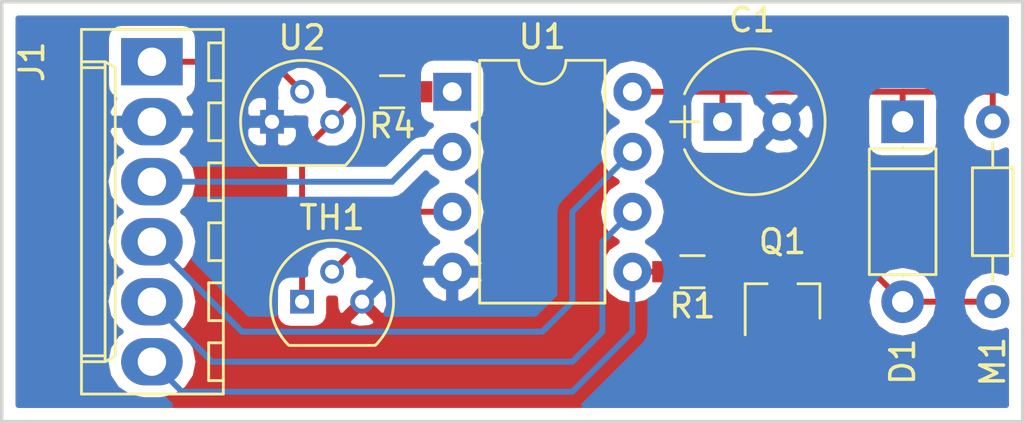
<source format=kicad_pcb>
(kicad_pcb (version 4) (host pcbnew 4.0.7)

  (general
    (links 22)
    (no_connects 2)
    (area 126.924999 86.155 170.285001 104.215001)
    (thickness 1.6)
    (drawings 4)
    (tracks 37)
    (zones 0)
    (modules 10)
    (nets 12)
  )

  (page A4)
  (layers
    (0 F.Cu signal hide)
    (31 B.Cu signal hide)
    (32 B.Adhes user)
    (33 F.Adhes user)
    (34 B.Paste user)
    (35 F.Paste user)
    (36 B.SilkS user)
    (37 F.SilkS user)
    (38 B.Mask user)
    (39 F.Mask user)
    (40 Dwgs.User user)
    (41 Cmts.User user)
    (42 Eco1.User user)
    (43 Eco2.User user)
    (44 Edge.Cuts user)
    (45 Margin user)
    (46 B.CrtYd user)
    (47 F.CrtYd user)
    (48 B.Fab user)
    (49 F.Fab user)
  )

  (setup
    (last_trace_width 0.25)
    (trace_clearance 0.2)
    (zone_clearance 0.508)
    (zone_45_only no)
    (trace_min 0.2)
    (segment_width 0.2)
    (edge_width 0.15)
    (via_size 0.6)
    (via_drill 0.4)
    (via_min_size 0.4)
    (via_min_drill 0.3)
    (uvia_size 0.3)
    (uvia_drill 0.1)
    (uvias_allowed no)
    (uvia_min_size 0.2)
    (uvia_min_drill 0.1)
    (pcb_text_width 0.3)
    (pcb_text_size 1.5 1.5)
    (mod_edge_width 0.15)
    (mod_text_size 1 1)
    (mod_text_width 0.15)
    (pad_size 1.524 1.524)
    (pad_drill 0.762)
    (pad_to_mask_clearance 0.2)
    (aux_axis_origin 0 0)
    (visible_elements FFFFFF7F)
    (pcbplotparams
      (layerselection 0x00030_80000001)
      (usegerberextensions false)
      (excludeedgelayer true)
      (linewidth 0.100000)
      (plotframeref false)
      (viasonmask false)
      (mode 1)
      (useauxorigin false)
      (hpglpennumber 1)
      (hpglpenspeed 20)
      (hpglpendiameter 15)
      (hpglpenoverlay 2)
      (psnegative false)
      (psa4output false)
      (plotreference true)
      (plotvalue true)
      (plotinvisibletext false)
      (padsonsilk false)
      (subtractmaskfromsilk false)
      (outputformat 1)
      (mirror false)
      (drillshape 1)
      (scaleselection 1)
      (outputdirectory ""))
  )

  (net 0 "")
  (net 1 +5V)
  (net 2 GND)
  (net 3 "Net-(D1-Pad2)")
  (net 4 "Net-(Q1-Pad1)")
  (net 5 "Net-(R4-Pad1)")
  (net 6 Out3)
  (net 7 Out1)
  (net 8 Out2)
  (net 9 +9V)
  (net 10 "Net-(TH1-Pad2)")
  (net 11 Out4)

  (net_class Default "This is the default net class."
    (clearance 0.2)
    (trace_width 0.25)
    (via_dia 0.6)
    (via_drill 0.4)
    (uvia_dia 0.3)
    (uvia_drill 0.1)
    (add_net +5V)
    (add_net +9V)
    (add_net GND)
    (add_net "Net-(D1-Pad2)")
    (add_net "Net-(Q1-Pad1)")
    (add_net "Net-(R4-Pad1)")
    (add_net "Net-(TH1-Pad2)")
    (add_net Out1)
    (add_net Out2)
    (add_net Out3)
    (add_net Out4)
  )

  (module Capacitors_THT:CP_Radial_Tantal_D6.0mm_P2.50mm (layer F.Cu) (tedit 5A0B7AB5) (tstamp 5A0B6F68)
    (at 157.48 91.44)
    (descr "CP, Radial_Tantal series, Radial, pin pitch=2.50mm, , diameter=6.0mm, Tantal Electrolytic Capacitor, http://cdn-reichelt.de/documents/datenblatt/B300/TANTAL-TB-Serie%23.pdf")
    (tags "CP Radial_Tantal series Radial pin pitch 2.50mm  diameter 6.0mm Tantal Electrolytic Capacitor")
    (path /4AE1698F)
    (fp_text reference C1 (at 1.25 -4.31) (layer F.SilkS)
      (effects (font (size 1 1) (thickness 0.15)))
    )
    (fp_text value "100 u" (at 1.27 1.27) (layer F.Fab)
      (effects (font (size 1 1) (thickness 0.15)))
    )
    (fp_arc (start 1.25 0) (end -1.605819 -1.18) (angle 135.1) (layer F.SilkS) (width 0.12))
    (fp_arc (start 1.25 0) (end -1.605819 1.18) (angle -135.1) (layer F.SilkS) (width 0.12))
    (fp_arc (start 1.25 0) (end 4.105819 -1.18) (angle 44.9) (layer F.SilkS) (width 0.12))
    (fp_circle (center 1.25 0) (end 4.25 0) (layer F.Fab) (width 0.1))
    (fp_line (start -2.2 0) (end -1 0) (layer F.Fab) (width 0.1))
    (fp_line (start -1.6 -0.65) (end -1.6 0.65) (layer F.Fab) (width 0.1))
    (fp_line (start -2.2 0) (end -1 0) (layer F.SilkS) (width 0.12))
    (fp_line (start -1.6 -0.65) (end -1.6 0.65) (layer F.SilkS) (width 0.12))
    (fp_line (start -2.1 -3.35) (end -2.1 3.35) (layer F.CrtYd) (width 0.05))
    (fp_line (start -2.1 3.35) (end 4.6 3.35) (layer F.CrtYd) (width 0.05))
    (fp_line (start 4.6 3.35) (end 4.6 -3.35) (layer F.CrtYd) (width 0.05))
    (fp_line (start 4.6 -3.35) (end -2.1 -3.35) (layer F.CrtYd) (width 0.05))
    (fp_text user %R (at 1.25 0) (layer F.Fab)
      (effects (font (size 1 1) (thickness 0.15)))
    )
    (pad 1 thru_hole rect (at 0 0) (size 1.6 1.6) (drill 0.8) (layers *.Cu *.Mask)
      (net 1 +5V))
    (pad 2 thru_hole circle (at 2.5 0) (size 1.6 1.6) (drill 0.8) (layers *.Cu *.Mask)
      (net 2 GND))
    (model ${KISYS3DMOD}/Capacitors_THT.3dshapes/CP_Radial_Tantal_D6.0mm_P2.50mm.wrl
      (at (xyz 0 0 0))
      (scale (xyz 1 1 1))
      (rotate (xyz 0 0 0))
    )
  )

  (module Diodes_THT:D_A-405_P7.62mm_Horizontal (layer F.Cu) (tedit 5A0B79C0) (tstamp 5A0B6F6E)
    (at 165.1 91.44 270)
    (descr "D, A-405 series, Axial, Horizontal, pin pitch=7.62mm, , length*diameter=5.2*2.7mm^2, , http://www.diodes.com/_files/packages/A-405.pdf")
    (tags "D A-405 series Axial Horizontal pin pitch 7.62mm  length 5.2mm diameter 2.7mm")
    (path /4AE16956)
    (fp_text reference D1 (at 10.16 0 270) (layer F.SilkS)
      (effects (font (size 1 1) (thickness 0.15)))
    )
    (fp_text value D (at -2.54 0 270) (layer F.Fab)
      (effects (font (size 1 1) (thickness 0.15)))
    )
    (fp_text user %R (at 3.81 0 270) (layer F.Fab)
      (effects (font (size 1 1) (thickness 0.15)))
    )
    (fp_line (start 1.21 -1.35) (end 1.21 1.35) (layer F.Fab) (width 0.1))
    (fp_line (start 1.21 1.35) (end 6.41 1.35) (layer F.Fab) (width 0.1))
    (fp_line (start 6.41 1.35) (end 6.41 -1.35) (layer F.Fab) (width 0.1))
    (fp_line (start 6.41 -1.35) (end 1.21 -1.35) (layer F.Fab) (width 0.1))
    (fp_line (start 0 0) (end 1.21 0) (layer F.Fab) (width 0.1))
    (fp_line (start 7.62 0) (end 6.41 0) (layer F.Fab) (width 0.1))
    (fp_line (start 1.99 -1.35) (end 1.99 1.35) (layer F.Fab) (width 0.1))
    (fp_line (start 1.15 -1.41) (end 1.15 1.41) (layer F.SilkS) (width 0.12))
    (fp_line (start 1.15 1.41) (end 6.47 1.41) (layer F.SilkS) (width 0.12))
    (fp_line (start 6.47 1.41) (end 6.47 -1.41) (layer F.SilkS) (width 0.12))
    (fp_line (start 6.47 -1.41) (end 1.15 -1.41) (layer F.SilkS) (width 0.12))
    (fp_line (start 1.08 0) (end 1.15 0) (layer F.SilkS) (width 0.12))
    (fp_line (start 6.54 0) (end 6.47 0) (layer F.SilkS) (width 0.12))
    (fp_line (start 1.99 -1.41) (end 1.99 1.41) (layer F.SilkS) (width 0.12))
    (fp_line (start -1.15 -1.7) (end -1.15 1.7) (layer F.CrtYd) (width 0.05))
    (fp_line (start -1.15 1.7) (end 8.8 1.7) (layer F.CrtYd) (width 0.05))
    (fp_line (start 8.8 1.7) (end 8.8 -1.7) (layer F.CrtYd) (width 0.05))
    (fp_line (start 8.8 -1.7) (end -1.15 -1.7) (layer F.CrtYd) (width 0.05))
    (pad 1 thru_hole rect (at 0 0 270) (size 1.8 1.8) (drill 0.9) (layers *.Cu *.Mask)
      (net 1 +5V))
    (pad 2 thru_hole oval (at 7.62 0 270) (size 1.8 1.8) (drill 0.9) (layers *.Cu *.Mask)
      (net 3 "Net-(D1-Pad2)"))
    (model ${KISYS3DMOD}/Diodes_THT.3dshapes/D_A-405_P7.62mm_Horizontal.wrl
      (at (xyz 0 0 0))
      (scale (xyz 0.393701 0.393701 0.393701))
      (rotate (xyz 0 0 0))
    )
  )

  (module Resistors_THT:R_Axial_DIN0204_L3.6mm_D1.6mm_P7.62mm_Horizontal (layer F.Cu) (tedit 5A0B79EF) (tstamp 5A0B6F74)
    (at 168.91 91.44 270)
    (descr "Resistor, Axial_DIN0204 series, Axial, Horizontal, pin pitch=7.62mm, 0.16666666666666666W = 1/6W, length*diameter=3.6*1.6mm^2, http://cdn-reichelt.de/documents/datenblatt/B400/1_4W%23YAG.pdf")
    (tags "Resistor Axial_DIN0204 series Axial Horizontal pin pitch 7.62mm 0.16666666666666666W = 1/6W length 3.6mm diameter 1.6mm")
    (path /4AE158D0)
    (fp_text reference M1 (at 10.16 0 270) (layer F.SilkS)
      (effects (font (size 1 1) (thickness 0.15)))
    )
    (fp_text value Fan (at -2.54 0 270) (layer F.Fab)
      (effects (font (size 1 1) (thickness 0.15)))
    )
    (fp_line (start 2.01 -0.8) (end 2.01 0.8) (layer F.Fab) (width 0.1))
    (fp_line (start 2.01 0.8) (end 5.61 0.8) (layer F.Fab) (width 0.1))
    (fp_line (start 5.61 0.8) (end 5.61 -0.8) (layer F.Fab) (width 0.1))
    (fp_line (start 5.61 -0.8) (end 2.01 -0.8) (layer F.Fab) (width 0.1))
    (fp_line (start 0 0) (end 2.01 0) (layer F.Fab) (width 0.1))
    (fp_line (start 7.62 0) (end 5.61 0) (layer F.Fab) (width 0.1))
    (fp_line (start 1.95 -0.86) (end 1.95 0.86) (layer F.SilkS) (width 0.12))
    (fp_line (start 1.95 0.86) (end 5.67 0.86) (layer F.SilkS) (width 0.12))
    (fp_line (start 5.67 0.86) (end 5.67 -0.86) (layer F.SilkS) (width 0.12))
    (fp_line (start 5.67 -0.86) (end 1.95 -0.86) (layer F.SilkS) (width 0.12))
    (fp_line (start 0.88 0) (end 1.95 0) (layer F.SilkS) (width 0.12))
    (fp_line (start 6.74 0) (end 5.67 0) (layer F.SilkS) (width 0.12))
    (fp_line (start -0.95 -1.15) (end -0.95 1.15) (layer F.CrtYd) (width 0.05))
    (fp_line (start -0.95 1.15) (end 8.6 1.15) (layer F.CrtYd) (width 0.05))
    (fp_line (start 8.6 1.15) (end 8.6 -1.15) (layer F.CrtYd) (width 0.05))
    (fp_line (start 8.6 -1.15) (end -0.95 -1.15) (layer F.CrtYd) (width 0.05))
    (pad 1 thru_hole circle (at 0 0 270) (size 1.4 1.4) (drill 0.7) (layers *.Cu *.Mask)
      (net 1 +5V))
    (pad 2 thru_hole oval (at 7.62 0 270) (size 1.4 1.4) (drill 0.7) (layers *.Cu *.Mask)
      (net 3 "Net-(D1-Pad2)"))
    (model ${KISYS3DMOD}/Resistors_THT.3dshapes/R_Axial_DIN0204_L3.6mm_D1.6mm_P7.62mm_Horizontal.wrl
      (at (xyz 0 0 0))
      (scale (xyz 0.393701 0.393701 0.393701))
      (rotate (xyz 0 0 0))
    )
  )

  (module TO_SOT_Packages_SMD:SOT-23 (layer F.Cu) (tedit 5A0B8845) (tstamp 5A0B6F7B)
    (at 160.02 99.06 90)
    (descr "SOT-23, Standard")
    (tags SOT-23)
    (path /4AE15818)
    (attr smd)
    (fp_text reference Q1 (at 2.54 0 180) (layer F.SilkS)
      (effects (font (size 1 1) (thickness 0.15)))
    )
    (fp_text value NPN (at -2.54 0 180) (layer F.Fab)
      (effects (font (size 1 1) (thickness 0.15)))
    )
    (fp_text user %R (at 0 0 180) (layer F.Fab)
      (effects (font (size 0.5 0.5) (thickness 0.075)))
    )
    (fp_line (start -0.7 -0.95) (end -0.7 1.5) (layer F.Fab) (width 0.1))
    (fp_line (start -0.15 -1.52) (end 0.7 -1.52) (layer F.Fab) (width 0.1))
    (fp_line (start -0.7 -0.95) (end -0.15 -1.52) (layer F.Fab) (width 0.1))
    (fp_line (start 0.7 -1.52) (end 0.7 1.52) (layer F.Fab) (width 0.1))
    (fp_line (start -0.7 1.52) (end 0.7 1.52) (layer F.Fab) (width 0.1))
    (fp_line (start 0.76 1.58) (end 0.76 0.65) (layer F.SilkS) (width 0.12))
    (fp_line (start 0.76 -1.58) (end 0.76 -0.65) (layer F.SilkS) (width 0.12))
    (fp_line (start -1.7 -1.75) (end 1.7 -1.75) (layer F.CrtYd) (width 0.05))
    (fp_line (start 1.7 -1.75) (end 1.7 1.75) (layer F.CrtYd) (width 0.05))
    (fp_line (start 1.7 1.75) (end -1.7 1.75) (layer F.CrtYd) (width 0.05))
    (fp_line (start -1.7 1.75) (end -1.7 -1.75) (layer F.CrtYd) (width 0.05))
    (fp_line (start 0.76 -1.58) (end -1.4 -1.58) (layer F.SilkS) (width 0.12))
    (fp_line (start 0.76 1.58) (end -0.7 1.58) (layer F.SilkS) (width 0.12))
    (pad 1 smd rect (at -1 -0.95 90) (size 0.9 0.8) (layers F.Cu F.Paste F.Mask)
      (net 4 "Net-(Q1-Pad1)"))
    (pad 2 smd rect (at -1 0.95 90) (size 0.9 0.8) (layers F.Cu F.Paste F.Mask)
      (net 2 GND))
    (pad 3 smd rect (at 1 0 90) (size 0.9 0.8) (layers F.Cu F.Paste F.Mask)
      (net 3 "Net-(D1-Pad2)"))
    (model ${KISYS3DMOD}/TO_SOT_Packages_SMD.3dshapes/SOT-23.wrl
      (at (xyz 0 0 0))
      (scale (xyz 1 1 1))
      (rotate (xyz 0 0 0))
    )
  )

  (module Housings_DIP:DIP-8_W7.62mm (layer F.Cu) (tedit 59C78D6B) (tstamp 5A0B6F95)
    (at 146.05 90.17)
    (descr "8-lead though-hole mounted DIP package, row spacing 7.62 mm (300 mils)")
    (tags "THT DIP DIL PDIP 2.54mm 7.62mm 300mil")
    (path /4AE185FF)
    (fp_text reference U1 (at 3.81 -2.33) (layer F.SilkS)
      (effects (font (size 1 1) (thickness 0.15)))
    )
    (fp_text value ATTINY85 (at 3.81 9.95) (layer F.Fab)
      (effects (font (size 1 1) (thickness 0.15)))
    )
    (fp_arc (start 3.81 -1.33) (end 2.81 -1.33) (angle -180) (layer F.SilkS) (width 0.12))
    (fp_line (start 1.635 -1.27) (end 6.985 -1.27) (layer F.Fab) (width 0.1))
    (fp_line (start 6.985 -1.27) (end 6.985 8.89) (layer F.Fab) (width 0.1))
    (fp_line (start 6.985 8.89) (end 0.635 8.89) (layer F.Fab) (width 0.1))
    (fp_line (start 0.635 8.89) (end 0.635 -0.27) (layer F.Fab) (width 0.1))
    (fp_line (start 0.635 -0.27) (end 1.635 -1.27) (layer F.Fab) (width 0.1))
    (fp_line (start 2.81 -1.33) (end 1.16 -1.33) (layer F.SilkS) (width 0.12))
    (fp_line (start 1.16 -1.33) (end 1.16 8.95) (layer F.SilkS) (width 0.12))
    (fp_line (start 1.16 8.95) (end 6.46 8.95) (layer F.SilkS) (width 0.12))
    (fp_line (start 6.46 8.95) (end 6.46 -1.33) (layer F.SilkS) (width 0.12))
    (fp_line (start 6.46 -1.33) (end 4.81 -1.33) (layer F.SilkS) (width 0.12))
    (fp_line (start -1.1 -1.55) (end -1.1 9.15) (layer F.CrtYd) (width 0.05))
    (fp_line (start -1.1 9.15) (end 8.7 9.15) (layer F.CrtYd) (width 0.05))
    (fp_line (start 8.7 9.15) (end 8.7 -1.55) (layer F.CrtYd) (width 0.05))
    (fp_line (start 8.7 -1.55) (end -1.1 -1.55) (layer F.CrtYd) (width 0.05))
    (fp_text user %R (at 3.81 3.81) (layer F.Fab)
      (effects (font (size 1 1) (thickness 0.15)))
    )
    (pad 1 thru_hole rect (at 0 0) (size 1.6 1.6) (drill 0.8) (layers *.Cu *.Mask)
      (net 5 "Net-(R4-Pad1)"))
    (pad 5 thru_hole oval (at 7.62 7.62) (size 1.6 1.6) (drill 0.8) (layers *.Cu *.Mask)
      (net 11 Out4))
    (pad 2 thru_hole oval (at 0 2.54) (size 1.6 1.6) (drill 0.8) (layers *.Cu *.Mask)
      (net 7 Out1))
    (pad 6 thru_hole oval (at 7.62 5.08) (size 1.6 1.6) (drill 0.8) (layers *.Cu *.Mask)
      (net 6 Out3))
    (pad 3 thru_hole oval (at 0 5.08) (size 1.6 1.6) (drill 0.8) (layers *.Cu *.Mask)
      (net 10 "Net-(TH1-Pad2)"))
    (pad 7 thru_hole oval (at 7.62 2.54) (size 1.6 1.6) (drill 0.8) (layers *.Cu *.Mask)
      (net 8 Out2))
    (pad 4 thru_hole oval (at 0 7.62) (size 1.6 1.6) (drill 0.8) (layers *.Cu *.Mask)
      (net 2 GND))
    (pad 8 thru_hole oval (at 7.62 0) (size 1.6 1.6) (drill 0.8) (layers *.Cu *.Mask)
      (net 1 +5V))
    (model ${KISYS3DMOD}/Housings_DIP.3dshapes/DIP-8_W7.62mm.wrl
      (at (xyz 0 0 0))
      (scale (xyz 1 1 1))
      (rotate (xyz 0 0 0))
    )
  )

  (module Resistors_SMD:R_0603_HandSoldering (layer F.Cu) (tedit 58E0A804) (tstamp 5A0B6F83)
    (at 156.21 97.79 180)
    (descr "Resistor SMD 0603, hand soldering")
    (tags "resistor 0603")
    (path /4AE167C4)
    (attr smd)
    (fp_text reference R1 (at 0 -1.45 180) (layer F.SilkS)
      (effects (font (size 1 1) (thickness 0.15)))
    )
    (fp_text value "1 k" (at 0 1.55 180) (layer F.Fab)
      (effects (font (size 1 1) (thickness 0.15)))
    )
    (fp_text user %R (at 0 0 180) (layer F.Fab)
      (effects (font (size 0.4 0.4) (thickness 0.075)))
    )
    (fp_line (start -0.8 0.4) (end -0.8 -0.4) (layer F.Fab) (width 0.1))
    (fp_line (start 0.8 0.4) (end -0.8 0.4) (layer F.Fab) (width 0.1))
    (fp_line (start 0.8 -0.4) (end 0.8 0.4) (layer F.Fab) (width 0.1))
    (fp_line (start -0.8 -0.4) (end 0.8 -0.4) (layer F.Fab) (width 0.1))
    (fp_line (start 0.5 0.68) (end -0.5 0.68) (layer F.SilkS) (width 0.12))
    (fp_line (start -0.5 -0.68) (end 0.5 -0.68) (layer F.SilkS) (width 0.12))
    (fp_line (start -1.96 -0.7) (end 1.95 -0.7) (layer F.CrtYd) (width 0.05))
    (fp_line (start -1.96 -0.7) (end -1.96 0.7) (layer F.CrtYd) (width 0.05))
    (fp_line (start 1.95 0.7) (end 1.95 -0.7) (layer F.CrtYd) (width 0.05))
    (fp_line (start 1.95 0.7) (end -1.96 0.7) (layer F.CrtYd) (width 0.05))
    (pad 1 smd rect (at -1.1 0 180) (size 1.2 0.9) (layers F.Cu F.Paste F.Mask)
      (net 4 "Net-(Q1-Pad1)"))
    (pad 2 smd rect (at 1.1 0 180) (size 1.2 0.9) (layers F.Cu F.Paste F.Mask)
      (net 11 Out4))
    (model ${KISYS3DMOD}/Resistors_SMD.3dshapes/R_0603.wrl
      (at (xyz 0 0 0))
      (scale (xyz 1 1 1))
      (rotate (xyz 0 0 0))
    )
  )

  (module TO_SOT_Packages_THT:TO-92_Molded_Narrow (layer F.Cu) (tedit 5A0B882A) (tstamp 5A0B737F)
    (at 139.7 99.06)
    (descr "TO-92 leads molded, narrow, drill 0.6mm (see NXP sot054_po.pdf)")
    (tags "to-92 sc-43 sc-43a sot54 PA33 transistor")
    (path /5A0B72C9)
    (fp_text reference TH1 (at 1.27 -3.56) (layer F.SilkS)
      (effects (font (size 1 1) (thickness 0.15)))
    )
    (fp_text value "Temp Sensor" (at 2.54 2.54) (layer F.Fab)
      (effects (font (size 1 1) (thickness 0.15)))
    )
    (fp_text user %R (at 1.27 -3.56) (layer F.Fab)
      (effects (font (size 1 1) (thickness 0.15)))
    )
    (fp_line (start -0.53 1.85) (end 3.07 1.85) (layer F.SilkS) (width 0.12))
    (fp_line (start -0.5 1.75) (end 3 1.75) (layer F.Fab) (width 0.1))
    (fp_line (start -1.46 -2.73) (end 4 -2.73) (layer F.CrtYd) (width 0.05))
    (fp_line (start -1.46 -2.73) (end -1.46 2.01) (layer F.CrtYd) (width 0.05))
    (fp_line (start 4 2.01) (end 4 -2.73) (layer F.CrtYd) (width 0.05))
    (fp_line (start 4 2.01) (end -1.46 2.01) (layer F.CrtYd) (width 0.05))
    (fp_arc (start 1.27 0) (end 1.27 -2.48) (angle 135) (layer F.Fab) (width 0.1))
    (fp_arc (start 1.27 0) (end 1.27 -2.6) (angle -135) (layer F.SilkS) (width 0.12))
    (fp_arc (start 1.27 0) (end 1.27 -2.48) (angle -135) (layer F.Fab) (width 0.1))
    (fp_arc (start 1.27 0) (end 1.27 -2.6) (angle 135) (layer F.SilkS) (width 0.12))
    (pad 2 thru_hole circle (at 1.27 -1.27 90) (size 1 1) (drill 0.6) (layers *.Cu *.Mask)
      (net 10 "Net-(TH1-Pad2)"))
    (pad 3 thru_hole circle (at 2.54 0 90) (size 1 1) (drill 0.6) (layers *.Cu *.Mask)
      (net 2 GND))
    (pad 1 thru_hole rect (at 0 0 90) (size 1 1) (drill 0.6) (layers *.Cu *.Mask)
      (net 1 +5V))
    (model ${KISYS3DMOD}/TO_SOT_Packages_THT.3dshapes/TO-92_Molded_Narrow.wrl
      (at (xyz 0.05 0 0))
      (scale (xyz 1 1 1))
      (rotate (xyz 0 0 -90))
    )
  )

  (module TO_SOT_Packages_THT:TO-92_Molded_Narrow (layer F.Cu) (tedit 58CE52AF) (tstamp 5A0B6F9C)
    (at 138.43 91.44)
    (descr "TO-92 leads molded, narrow, drill 0.6mm (see NXP sot054_po.pdf)")
    (tags "to-92 sc-43 sc-43a sot54 PA33 transistor")
    (path /5A0B6FC2)
    (fp_text reference U2 (at 1.27 -3.56) (layer F.SilkS)
      (effects (font (size 1 1) (thickness 0.15)))
    )
    (fp_text value "5V Reg" (at 1.27 2.79) (layer F.Fab)
      (effects (font (size 1 1) (thickness 0.15)))
    )
    (fp_text user %R (at 1.27 -3.56) (layer F.Fab)
      (effects (font (size 1 1) (thickness 0.15)))
    )
    (fp_line (start -0.53 1.85) (end 3.07 1.85) (layer F.SilkS) (width 0.12))
    (fp_line (start -0.5 1.75) (end 3 1.75) (layer F.Fab) (width 0.1))
    (fp_line (start -1.46 -2.73) (end 4 -2.73) (layer F.CrtYd) (width 0.05))
    (fp_line (start -1.46 -2.73) (end -1.46 2.01) (layer F.CrtYd) (width 0.05))
    (fp_line (start 4 2.01) (end 4 -2.73) (layer F.CrtYd) (width 0.05))
    (fp_line (start 4 2.01) (end -1.46 2.01) (layer F.CrtYd) (width 0.05))
    (fp_arc (start 1.27 0) (end 1.27 -2.48) (angle 135) (layer F.Fab) (width 0.1))
    (fp_arc (start 1.27 0) (end 1.27 -2.6) (angle -135) (layer F.SilkS) (width 0.12))
    (fp_arc (start 1.27 0) (end 1.27 -2.48) (angle -135) (layer F.Fab) (width 0.1))
    (fp_arc (start 1.27 0) (end 1.27 -2.6) (angle 135) (layer F.SilkS) (width 0.12))
    (pad 2 thru_hole circle (at 1.27 -1.27 90) (size 1 1) (drill 0.6) (layers *.Cu *.Mask)
      (net 9 +9V))
    (pad 3 thru_hole circle (at 2.54 0 90) (size 1 1) (drill 0.6) (layers *.Cu *.Mask)
      (net 1 +5V))
    (pad 1 thru_hole rect (at 0 0 90) (size 1 1) (drill 0.6) (layers *.Cu *.Mask)
      (net 2 GND))
    (model ${KISYS3DMOD}/TO_SOT_Packages_THT.3dshapes/TO-92_Molded_Narrow.wrl
      (at (xyz 0.05 0 0))
      (scale (xyz 1 1 1))
      (rotate (xyz 0 0 -90))
    )
  )

  (module Resistors_SMD:R_0603_HandSoldering (layer F.Cu) (tedit 58E0A804) (tstamp 5A0B6F89)
    (at 143.51 90.17 180)
    (descr "Resistor SMD 0603, hand soldering")
    (tags "resistor 0603")
    (path /5A0B6A50)
    (attr smd)
    (fp_text reference R4 (at 0 -1.45 180) (layer F.SilkS)
      (effects (font (size 1 1) (thickness 0.15)))
    )
    (fp_text value 100 (at 0 1.55 180) (layer F.Fab)
      (effects (font (size 1 1) (thickness 0.15)))
    )
    (fp_text user %R (at 0 0 180) (layer F.Fab)
      (effects (font (size 0.4 0.4) (thickness 0.075)))
    )
    (fp_line (start -0.8 0.4) (end -0.8 -0.4) (layer F.Fab) (width 0.1))
    (fp_line (start 0.8 0.4) (end -0.8 0.4) (layer F.Fab) (width 0.1))
    (fp_line (start 0.8 -0.4) (end 0.8 0.4) (layer F.Fab) (width 0.1))
    (fp_line (start -0.8 -0.4) (end 0.8 -0.4) (layer F.Fab) (width 0.1))
    (fp_line (start 0.5 0.68) (end -0.5 0.68) (layer F.SilkS) (width 0.12))
    (fp_line (start -0.5 -0.68) (end 0.5 -0.68) (layer F.SilkS) (width 0.12))
    (fp_line (start -1.96 -0.7) (end 1.95 -0.7) (layer F.CrtYd) (width 0.05))
    (fp_line (start -1.96 -0.7) (end -1.96 0.7) (layer F.CrtYd) (width 0.05))
    (fp_line (start 1.95 0.7) (end 1.95 -0.7) (layer F.CrtYd) (width 0.05))
    (fp_line (start 1.95 0.7) (end -1.96 0.7) (layer F.CrtYd) (width 0.05))
    (pad 1 smd rect (at -1.1 0 180) (size 1.2 0.9) (layers F.Cu F.Paste F.Mask)
      (net 5 "Net-(R4-Pad1)"))
    (pad 2 smd rect (at 1.1 0 180) (size 1.2 0.9) (layers F.Cu F.Paste F.Mask)
      (net 1 +5V))
    (model ${KISYS3DMOD}/Resistors_SMD.3dshapes/R_0603.wrl
      (at (xyz 0 0 0))
      (scale (xyz 1 1 1))
      (rotate (xyz 0 0 0))
    )
  )

  (module Connectors_Molex:Molex_KK-6410-06_06x2.54mm_Straight (layer F.Cu) (tedit 5A0B8861) (tstamp 5A0B7378)
    (at 133.35 88.9 270)
    (descr "Connector Headers with Friction Lock, 22-27-2061, http://www.molex.com/pdm_docs/sd/022272021_sd.pdf")
    (tags "connector molex kk_6410 22-27-2061")
    (path /5A0BA390)
    (fp_text reference J1 (at 0 5.08 270) (layer F.SilkS)
      (effects (font (size 1 1) (thickness 0.15)))
    )
    (fp_text value Conn_01x06 (at 6.35 4.5 270) (layer F.Fab)
      (effects (font (size 1 1) (thickness 0.15)))
    )
    (fp_line (start -1.47 -3.12) (end -1.47 3.08) (layer F.Fab) (width 0.12))
    (fp_line (start -1.47 3.08) (end 14.17 3.08) (layer F.Fab) (width 0.12))
    (fp_line (start 14.17 3.08) (end 14.17 -3.12) (layer F.Fab) (width 0.12))
    (fp_line (start 14.17 -3.12) (end -1.47 -3.12) (layer F.Fab) (width 0.12))
    (fp_line (start -1.37 -3.02) (end -1.37 2.98) (layer F.SilkS) (width 0.12))
    (fp_line (start -1.37 2.98) (end 14.07 2.98) (layer F.SilkS) (width 0.12))
    (fp_line (start 14.07 2.98) (end 14.07 -3.02) (layer F.SilkS) (width 0.12))
    (fp_line (start 14.07 -3.02) (end -1.37 -3.02) (layer F.SilkS) (width 0.12))
    (fp_line (start 0 2.98) (end 0 1.98) (layer F.SilkS) (width 0.12))
    (fp_line (start 0 1.98) (end 12.7 1.98) (layer F.SilkS) (width 0.12))
    (fp_line (start 12.7 1.98) (end 12.7 2.98) (layer F.SilkS) (width 0.12))
    (fp_line (start 0 1.98) (end 0.25 1.55) (layer F.SilkS) (width 0.12))
    (fp_line (start 0.25 1.55) (end 12.45 1.55) (layer F.SilkS) (width 0.12))
    (fp_line (start 12.45 1.55) (end 12.7 1.98) (layer F.SilkS) (width 0.12))
    (fp_line (start 0.25 2.98) (end 0.25 1.98) (layer F.SilkS) (width 0.12))
    (fp_line (start 12.45 2.98) (end 12.45 1.98) (layer F.SilkS) (width 0.12))
    (fp_line (start -0.8 -3.02) (end -0.8 -2.4) (layer F.SilkS) (width 0.12))
    (fp_line (start -0.8 -2.4) (end 0.8 -2.4) (layer F.SilkS) (width 0.12))
    (fp_line (start 0.8 -2.4) (end 0.8 -3.02) (layer F.SilkS) (width 0.12))
    (fp_line (start 1.74 -3.02) (end 1.74 -2.4) (layer F.SilkS) (width 0.12))
    (fp_line (start 1.74 -2.4) (end 3.34 -2.4) (layer F.SilkS) (width 0.12))
    (fp_line (start 3.34 -2.4) (end 3.34 -3.02) (layer F.SilkS) (width 0.12))
    (fp_line (start 4.28 -3.02) (end 4.28 -2.4) (layer F.SilkS) (width 0.12))
    (fp_line (start 4.28 -2.4) (end 5.88 -2.4) (layer F.SilkS) (width 0.12))
    (fp_line (start 5.88 -2.4) (end 5.88 -3.02) (layer F.SilkS) (width 0.12))
    (fp_line (start 6.82 -3.02) (end 6.82 -2.4) (layer F.SilkS) (width 0.12))
    (fp_line (start 6.82 -2.4) (end 8.42 -2.4) (layer F.SilkS) (width 0.12))
    (fp_line (start 8.42 -2.4) (end 8.42 -3.02) (layer F.SilkS) (width 0.12))
    (fp_line (start 9.36 -3.02) (end 9.36 -2.4) (layer F.SilkS) (width 0.12))
    (fp_line (start 9.36 -2.4) (end 10.96 -2.4) (layer F.SilkS) (width 0.12))
    (fp_line (start 10.96 -2.4) (end 10.96 -3.02) (layer F.SilkS) (width 0.12))
    (fp_line (start 11.9 -3.02) (end 11.9 -2.4) (layer F.SilkS) (width 0.12))
    (fp_line (start 11.9 -2.4) (end 13.5 -2.4) (layer F.SilkS) (width 0.12))
    (fp_line (start 13.5 -2.4) (end 13.5 -3.02) (layer F.SilkS) (width 0.12))
    (fp_line (start -1.9 3.5) (end -1.9 -3.55) (layer F.CrtYd) (width 0.05))
    (fp_line (start -1.9 -3.55) (end 14.6 -3.55) (layer F.CrtYd) (width 0.05))
    (fp_line (start 14.6 -3.55) (end 14.6 3.5) (layer F.CrtYd) (width 0.05))
    (fp_line (start 14.6 3.5) (end -1.9 3.5) (layer F.CrtYd) (width 0.05))
    (fp_text user %R (at 6.35 0 270) (layer F.Fab)
      (effects (font (size 1 1) (thickness 0.15)))
    )
    (pad 1 thru_hole rect (at 0 0 270) (size 2 2.6) (drill 1.2) (layers *.Cu *.Mask)
      (net 9 +9V))
    (pad 2 thru_hole oval (at 2.54 0 270) (size 2 2.6) (drill 1.2) (layers *.Cu *.Mask)
      (net 2 GND))
    (pad 3 thru_hole oval (at 5.08 0 270) (size 2 2.6) (drill 1.2) (layers *.Cu *.Mask)
      (net 7 Out1))
    (pad 4 thru_hole oval (at 7.62 0 270) (size 2 2.6) (drill 1.2) (layers *.Cu *.Mask)
      (net 8 Out2))
    (pad 5 thru_hole oval (at 10.16 0 270) (size 2 2.6) (drill 1.2) (layers *.Cu *.Mask)
      (net 6 Out3))
    (pad 6 thru_hole oval (at 12.7 0 270) (size 2 2.6) (drill 1.2) (layers *.Cu *.Mask)
      (net 11 Out4))
    (model ${KISYS3DMOD}/Connectors_Molex.3dshapes/Molex_KK-6410-06_06x2.54mm_Straight.wrl
      (at (xyz 0 0 0))
      (scale (xyz 1 1 1))
      (rotate (xyz 0 0 0))
    )
  )

  (gr_line (start 127 86.36) (end 170.18 86.36) (angle 90) (layer Edge.Cuts) (width 0.15))
  (gr_line (start 127 104.14) (end 127 86.36) (angle 90) (layer Edge.Cuts) (width 0.15))
  (gr_line (start 170.18 104.14) (end 127 104.14) (angle 90) (layer Edge.Cuts) (width 0.15))
  (gr_line (start 170.18 86.36) (end 170.18 104.14) (angle 90) (layer Edge.Cuts) (width 0.15))

  (segment (start 140.97 91.44) (end 139.7 92.71) (width 0.25) (layer F.Cu) (net 1) (status 400000))
  (segment (start 139.7 92.71) (end 139.7 99.06) (width 0.25) (layer F.Cu) (net 1) (tstamp 5A0B857A) (status 800000))
  (segment (start 142.41 90.17) (end 142.24 90.17) (width 0.25) (layer F.Cu) (net 1) (status C00000))
  (segment (start 142.24 90.17) (end 140.97 91.44) (width 0.25) (layer F.Cu) (net 1) (tstamp 5A0B856B) (status C00000))
  (segment (start 165.1 90.17) (end 168.91 90.17) (width 0.25) (layer F.Cu) (net 1))
  (segment (start 168.91 90.17) (end 168.91 91.44) (width 0.25) (layer F.Cu) (net 1) (tstamp 5A0B7A6A))
  (segment (start 157.48 90.17) (end 165.1 90.17) (width 0.25) (layer F.Cu) (net 1))
  (segment (start 165.1 90.17) (end 165.1 91.44) (width 0.25) (layer F.Cu) (net 1) (tstamp 5A0B7A5E))
  (segment (start 153.67 90.17) (end 157.48 90.17) (width 0.25) (layer F.Cu) (net 1))
  (segment (start 157.48 90.17) (end 157.48 91.44) (width 0.25) (layer F.Cu) (net 1) (tstamp 5A0B7A50))
  (segment (start 165.1 99.06) (end 168.91 99.06) (width 0.25) (layer F.Cu) (net 3))
  (segment (start 160.02 98.06) (end 164.1 98.06) (width 0.25) (layer F.Cu) (net 3) (status 10))
  (segment (start 164.1 98.06) (end 165.1 99.06) (width 0.25) (layer F.Cu) (net 3) (tstamp 5A0B7B0B))
  (segment (start 157.31 97.79) (end 157.31 98.3) (width 0.25) (layer F.Cu) (net 4))
  (segment (start 157.31 98.3) (end 159.07 100.06) (width 0.25) (layer F.Cu) (net 4) (tstamp 5A0B7AF9) (status 20))
  (segment (start 153.67 95.25) (end 152.4 96.52) (width 0.25) (layer B.Cu) (net 6) (status 400000))
  (segment (start 135.89 101.6) (end 133.35 99.06) (width 0.25) (layer B.Cu) (net 6) (tstamp 5A0B84C6) (status 800000))
  (segment (start 151.13 101.6) (end 135.89 101.6) (width 0.25) (layer B.Cu) (net 6) (tstamp 5A0B84C1))
  (segment (start 152.4 100.33) (end 151.13 101.6) (width 0.25) (layer B.Cu) (net 6) (tstamp 5A0B84BA))
  (segment (start 152.4 96.52) (end 152.4 100.33) (width 0.25) (layer B.Cu) (net 6) (tstamp 5A0B84B3))
  (segment (start 146.05 92.71) (end 144.78 92.71) (width 0.25) (layer B.Cu) (net 7) (status 400000))
  (segment (start 143.51 93.98) (end 133.35 93.98) (width 0.25) (layer B.Cu) (net 7) (tstamp 5A0B851F) (status 800000))
  (segment (start 144.78 92.71) (end 143.51 93.98) (width 0.25) (layer B.Cu) (net 7) (tstamp 5A0B8514))
  (segment (start 153.67 92.71) (end 151.13 95.25) (width 0.25) (layer B.Cu) (net 8) (status 400000))
  (segment (start 137.16 100.33) (end 133.35 96.52) (width 0.25) (layer B.Cu) (net 8) (tstamp 5A0B84F6) (status 800000))
  (segment (start 149.86 100.33) (end 137.16 100.33) (width 0.25) (layer B.Cu) (net 8) (tstamp 5A0B84F4))
  (segment (start 151.13 99.06) (end 149.86 100.33) (width 0.25) (layer B.Cu) (net 8) (tstamp 5A0B84F0))
  (segment (start 151.13 95.25) (end 151.13 99.06) (width 0.25) (layer B.Cu) (net 8) (tstamp 5A0B84ED))
  (segment (start 139.7 90.17) (end 138.43 88.9) (width 0.25) (layer F.Cu) (net 9) (status 400000))
  (segment (start 138.43 88.9) (end 133.35 88.9) (width 0.25) (layer F.Cu) (net 9) (tstamp 5A0B853A) (status 800000))
  (segment (start 146.05 95.25) (end 143.51 95.25) (width 0.25) (layer F.Cu) (net 10) (status 400000))
  (segment (start 143.51 95.25) (end 140.97 97.79) (width 0.25) (layer F.Cu) (net 10) (tstamp 5A0B854B) (status 800000))
  (segment (start 153.67 97.79) (end 153.67 100.33) (width 0.25) (layer B.Cu) (net 11) (status 400000))
  (segment (start 134.62 102.87) (end 133.35 101.6) (width 0.25) (layer B.Cu) (net 11) (tstamp 5A0B8430) (status 800000))
  (segment (start 151.13 102.87) (end 134.62 102.87) (width 0.25) (layer B.Cu) (net 11) (tstamp 5A0B8429))
  (segment (start 153.67 100.33) (end 151.13 102.87) (width 0.25) (layer B.Cu) (net 11) (tstamp 5A0B840C))
  (segment (start 153.67 97.79) (end 155.11 97.79) (width 0.25) (layer F.Cu) (net 11))

  (zone (net 2) (net_name GND) (layer B.Cu) (tstamp 5A0B868F) (hatch edge 0.508)
    (connect_pads (clearance 0.508))
    (min_thickness 0.254)
    (fill yes (arc_segments 16) (thermal_gap 0.508) (thermal_bridge_width 0.508))
    (polygon
      (pts
        (xy 170.18 104.14) (xy 127 104.14) (xy 127 86.36) (xy 170.18 86.36)
      )
    )
    (filled_polygon
      (pts
        (xy 169.47 90.227016) (xy 169.176713 90.105232) (xy 168.645617 90.104769) (xy 168.154771 90.307582) (xy 167.778902 90.682796)
        (xy 167.575232 91.173287) (xy 167.574769 91.704383) (xy 167.777582 92.195229) (xy 168.152796 92.571098) (xy 168.643287 92.774768)
        (xy 169.174383 92.775231) (xy 169.47 92.653085) (xy 169.47 97.833286) (xy 169.420882 97.800467) (xy 168.91 97.698846)
        (xy 168.399118 97.800467) (xy 167.966012 98.089858) (xy 167.676621 98.522964) (xy 167.575 99.033846) (xy 167.575 99.086154)
        (xy 167.676621 99.597036) (xy 167.966012 100.030142) (xy 168.399118 100.319533) (xy 168.91 100.421154) (xy 169.420882 100.319533)
        (xy 169.47 100.286714) (xy 169.47 103.43) (xy 151.633579 103.43) (xy 151.667401 103.407401) (xy 154.207401 100.867401)
        (xy 154.372148 100.62084) (xy 154.394548 100.508227) (xy 154.43 100.33) (xy 154.43 99.029928) (xy 163.565 99.029928)
        (xy 163.565 99.090072) (xy 163.681845 99.677491) (xy 164.014591 100.175481) (xy 164.512581 100.508227) (xy 165.1 100.625072)
        (xy 165.687419 100.508227) (xy 166.185409 100.175481) (xy 166.518155 99.677491) (xy 166.635 99.090072) (xy 166.635 99.029928)
        (xy 166.518155 98.442509) (xy 166.185409 97.944519) (xy 165.687419 97.611773) (xy 165.1 97.494928) (xy 164.512581 97.611773)
        (xy 164.014591 97.944519) (xy 163.681845 98.442509) (xy 163.565 99.029928) (xy 154.43 99.029928) (xy 154.43 98.993667)
        (xy 154.712811 98.804698) (xy 155.02388 98.339151) (xy 155.133113 97.79) (xy 155.02388 97.240849) (xy 154.712811 96.775302)
        (xy 154.330725 96.52) (xy 154.712811 96.264698) (xy 155.02388 95.799151) (xy 155.133113 95.25) (xy 155.02388 94.700849)
        (xy 154.712811 94.235302) (xy 154.330725 93.98) (xy 154.712811 93.724698) (xy 155.02388 93.259151) (xy 155.133113 92.71)
        (xy 155.02388 92.160849) (xy 154.712811 91.695302) (xy 154.330725 91.44) (xy 154.712811 91.184698) (xy 155.02388 90.719151)
        (xy 155.039624 90.64) (xy 156.03256 90.64) (xy 156.03256 92.24) (xy 156.076838 92.475317) (xy 156.21591 92.691441)
        (xy 156.42811 92.836431) (xy 156.68 92.88744) (xy 158.28 92.88744) (xy 158.515317 92.843162) (xy 158.731441 92.70409)
        (xy 158.876431 92.49189) (xy 158.88537 92.447745) (xy 159.151861 92.447745) (xy 159.225995 92.693864) (xy 159.763223 92.886965)
        (xy 160.333454 92.859778) (xy 160.734005 92.693864) (xy 160.808139 92.447745) (xy 159.98 91.619605) (xy 159.151861 92.447745)
        (xy 158.88537 92.447745) (xy 158.924646 92.253799) (xy 158.972255 92.268139) (xy 159.800395 91.44) (xy 160.159605 91.44)
        (xy 160.987745 92.268139) (xy 161.233864 92.194005) (xy 161.426965 91.656777) (xy 161.399778 91.086546) (xy 161.233864 90.685995)
        (xy 160.987745 90.611861) (xy 160.159605 91.44) (xy 159.800395 91.44) (xy 158.972255 90.611861) (xy 158.924833 90.626145)
        (xy 158.888351 90.432255) (xy 159.151861 90.432255) (xy 159.98 91.260395) (xy 160.700394 90.54) (xy 163.55256 90.54)
        (xy 163.55256 92.34) (xy 163.596838 92.575317) (xy 163.73591 92.791441) (xy 163.94811 92.936431) (xy 164.2 92.98744)
        (xy 166 92.98744) (xy 166.235317 92.943162) (xy 166.451441 92.80409) (xy 166.596431 92.59189) (xy 166.64744 92.34)
        (xy 166.64744 90.54) (xy 166.603162 90.304683) (xy 166.46409 90.088559) (xy 166.25189 89.943569) (xy 166 89.89256)
        (xy 164.2 89.89256) (xy 163.964683 89.936838) (xy 163.748559 90.07591) (xy 163.603569 90.28811) (xy 163.55256 90.54)
        (xy 160.700394 90.54) (xy 160.808139 90.432255) (xy 160.734005 90.186136) (xy 160.196777 89.993035) (xy 159.626546 90.020222)
        (xy 159.225995 90.186136) (xy 159.151861 90.432255) (xy 158.888351 90.432255) (xy 158.883162 90.404683) (xy 158.74409 90.188559)
        (xy 158.53189 90.043569) (xy 158.28 89.99256) (xy 156.68 89.99256) (xy 156.444683 90.036838) (xy 156.228559 90.17591)
        (xy 156.083569 90.38811) (xy 156.03256 90.64) (xy 155.039624 90.64) (xy 155.133113 90.17) (xy 155.02388 89.620849)
        (xy 154.712811 89.155302) (xy 154.247264 88.844233) (xy 153.698113 88.735) (xy 153.641887 88.735) (xy 153.092736 88.844233)
        (xy 152.627189 89.155302) (xy 152.31612 89.620849) (xy 152.206887 90.17) (xy 152.31612 90.719151) (xy 152.627189 91.184698)
        (xy 153.009275 91.44) (xy 152.627189 91.695302) (xy 152.31612 92.160849) (xy 152.206887 92.71) (xy 152.271312 93.033886)
        (xy 150.592599 94.712599) (xy 150.427852 94.959161) (xy 150.37 95.25) (xy 150.37 98.745198) (xy 149.545198 99.57)
        (xy 143.266352 99.57) (xy 143.388112 99.205028) (xy 143.356217 98.754625) (xy 143.245217 98.486648) (xy 143.030104 98.449501)
        (xy 142.419605 99.06) (xy 142.433748 99.074143) (xy 142.254143 99.253748) (xy 142.24 99.239605) (xy 142.225858 99.253748)
        (xy 142.046253 99.074143) (xy 142.060395 99.06) (xy 142.046253 99.045858) (xy 142.225858 98.866253) (xy 142.24 98.880395)
        (xy 142.850499 98.269896) (xy 142.827902 98.139039) (xy 144.658096 98.139039) (xy 144.818959 98.527423) (xy 145.194866 98.942389)
        (xy 145.700959 99.181914) (xy 145.923 99.060629) (xy 145.923 97.917) (xy 146.177 97.917) (xy 146.177 99.060629)
        (xy 146.399041 99.181914) (xy 146.905134 98.942389) (xy 147.281041 98.527423) (xy 147.441904 98.139039) (xy 147.319915 97.917)
        (xy 146.177 97.917) (xy 145.923 97.917) (xy 144.780085 97.917) (xy 144.658096 98.139039) (xy 142.827902 98.139039)
        (xy 142.813352 98.054783) (xy 142.385028 97.911888) (xy 142.104877 97.931727) (xy 142.105197 97.565225) (xy 141.932767 97.147914)
        (xy 141.613765 96.828355) (xy 141.196756 96.655197) (xy 140.745225 96.654803) (xy 140.327914 96.827233) (xy 140.008355 97.146235)
        (xy 139.835197 97.563244) (xy 139.834892 97.91256) (xy 139.2 97.91256) (xy 138.964683 97.956838) (xy 138.748559 98.09591)
        (xy 138.603569 98.30811) (xy 138.55256 98.56) (xy 138.55256 99.56) (xy 138.554442 99.57) (xy 137.474802 99.57)
        (xy 135.139186 97.234384) (xy 135.198452 97.145687) (xy 135.322909 96.52) (xy 135.198452 95.894313) (xy 134.844029 95.36388)
        (xy 134.673595 95.25) (xy 134.844029 95.13612) (xy 135.108707 94.74) (xy 143.51 94.74) (xy 143.800839 94.682148)
        (xy 144.047401 94.517401) (xy 144.940264 93.624538) (xy 145.007189 93.724698) (xy 145.389275 93.98) (xy 145.007189 94.235302)
        (xy 144.69612 94.700849) (xy 144.586887 95.25) (xy 144.69612 95.799151) (xy 145.007189 96.264698) (xy 145.411703 96.534986)
        (xy 145.194866 96.637611) (xy 144.818959 97.052577) (xy 144.658096 97.440961) (xy 144.780085 97.663) (xy 145.923 97.663)
        (xy 145.923 97.643) (xy 146.177 97.643) (xy 146.177 97.663) (xy 147.319915 97.663) (xy 147.441904 97.440961)
        (xy 147.281041 97.052577) (xy 146.905134 96.637611) (xy 146.688297 96.534986) (xy 147.092811 96.264698) (xy 147.40388 95.799151)
        (xy 147.513113 95.25) (xy 147.40388 94.700849) (xy 147.092811 94.235302) (xy 146.710725 93.98) (xy 147.092811 93.724698)
        (xy 147.40388 93.259151) (xy 147.513113 92.71) (xy 147.40388 92.160849) (xy 147.092811 91.695302) (xy 146.948535 91.598899)
        (xy 147.085317 91.573162) (xy 147.301441 91.43409) (xy 147.446431 91.22189) (xy 147.49744 90.97) (xy 147.49744 89.37)
        (xy 147.453162 89.134683) (xy 147.31409 88.918559) (xy 147.10189 88.773569) (xy 146.85 88.72256) (xy 145.25 88.72256)
        (xy 145.014683 88.766838) (xy 144.798559 88.90591) (xy 144.653569 89.11811) (xy 144.60256 89.37) (xy 144.60256 90.97)
        (xy 144.646838 91.205317) (xy 144.78591 91.421441) (xy 144.99811 91.566431) (xy 145.153089 91.597815) (xy 145.007189 91.695302)
        (xy 144.837005 91.95) (xy 144.78 91.95) (xy 144.48916 92.007852) (xy 144.242599 92.172599) (xy 143.195198 93.22)
        (xy 135.108707 93.22) (xy 134.844029 92.82388) (xy 134.653812 92.696781) (xy 134.895922 92.506317) (xy 135.209144 91.948355)
        (xy 135.240124 91.820434) (xy 135.195536 91.72575) (xy 137.295 91.72575) (xy 137.295 92.066309) (xy 137.391673 92.299698)
        (xy 137.570301 92.478327) (xy 137.80369 92.575) (xy 138.14425 92.575) (xy 138.303 92.41625) (xy 138.303 91.567)
        (xy 138.557 91.567) (xy 138.557 92.41625) (xy 138.71575 92.575) (xy 139.05631 92.575) (xy 139.289699 92.478327)
        (xy 139.468327 92.299698) (xy 139.565 92.066309) (xy 139.565 91.72575) (xy 139.40625 91.567) (xy 138.557 91.567)
        (xy 138.303 91.567) (xy 137.45375 91.567) (xy 137.295 91.72575) (xy 135.195536 91.72575) (xy 135.120777 91.567)
        (xy 133.477 91.567) (xy 133.477 91.587) (xy 133.223 91.587) (xy 133.223 91.567) (xy 131.579223 91.567)
        (xy 131.459876 91.820434) (xy 131.490856 91.948355) (xy 131.804078 92.506317) (xy 132.046188 92.696781) (xy 131.855971 92.82388)
        (xy 131.501548 93.354313) (xy 131.377091 93.98) (xy 131.501548 94.605687) (xy 131.855971 95.13612) (xy 132.026405 95.25)
        (xy 131.855971 95.36388) (xy 131.501548 95.894313) (xy 131.377091 96.52) (xy 131.501548 97.145687) (xy 131.855971 97.67612)
        (xy 132.026405 97.79) (xy 131.855971 97.90388) (xy 131.501548 98.434313) (xy 131.377091 99.06) (xy 131.501548 99.685687)
        (xy 131.855971 100.21612) (xy 132.026405 100.33) (xy 131.855971 100.44388) (xy 131.501548 100.974313) (xy 131.377091 101.6)
        (xy 131.501548 102.225687) (xy 131.855971 102.75612) (xy 132.386404 103.110543) (xy 133.012091 103.235) (xy 133.687909 103.235)
        (xy 133.873318 103.19812) (xy 134.082599 103.407401) (xy 134.116421 103.43) (xy 127.71 103.43) (xy 127.71 87.9)
        (xy 131.40256 87.9) (xy 131.40256 89.9) (xy 131.446838 90.135317) (xy 131.58591 90.351441) (xy 131.75262 90.465349)
        (xy 131.490856 90.931645) (xy 131.459876 91.059566) (xy 131.579223 91.313) (xy 133.223 91.313) (xy 133.223 91.293)
        (xy 133.477 91.293) (xy 133.477 91.313) (xy 135.120777 91.313) (xy 135.240124 91.059566) (xy 135.209144 90.931645)
        (xy 135.142929 90.813691) (xy 137.295 90.813691) (xy 137.295 91.15425) (xy 137.45375 91.313) (xy 138.303 91.313)
        (xy 138.303 90.46375) (xy 138.557 90.46375) (xy 138.557 91.313) (xy 139.40625 91.313) (xy 139.431698 91.287552)
        (xy 139.473244 91.304803) (xy 139.835117 91.305119) (xy 139.834803 91.664775) (xy 140.007233 92.082086) (xy 140.326235 92.401645)
        (xy 140.743244 92.574803) (xy 141.194775 92.575197) (xy 141.612086 92.402767) (xy 141.931645 92.083765) (xy 142.104803 91.666756)
        (xy 142.105197 91.215225) (xy 141.932767 90.797914) (xy 141.613765 90.478355) (xy 141.196756 90.305197) (xy 140.834883 90.304881)
        (xy 140.835197 89.945225) (xy 140.662767 89.527914) (xy 140.343765 89.208355) (xy 139.926756 89.035197) (xy 139.475225 89.034803)
        (xy 139.057914 89.207233) (xy 138.738355 89.526235) (xy 138.565197 89.943244) (xy 138.564803 90.394775) (xy 138.582689 90.438061)
        (xy 138.557 90.46375) (xy 138.303 90.46375) (xy 138.14425 90.305) (xy 137.80369 90.305) (xy 137.570301 90.401673)
        (xy 137.391673 90.580302) (xy 137.295 90.813691) (xy 135.142929 90.813691) (xy 134.946505 90.463789) (xy 135.101441 90.36409)
        (xy 135.246431 90.15189) (xy 135.29744 89.9) (xy 135.29744 87.9) (xy 135.253162 87.664683) (xy 135.11409 87.448559)
        (xy 134.90189 87.303569) (xy 134.65 87.25256) (xy 132.05 87.25256) (xy 131.814683 87.296838) (xy 131.598559 87.43591)
        (xy 131.453569 87.64811) (xy 131.40256 87.9) (xy 127.71 87.9) (xy 127.71 87.07) (xy 169.47 87.07)
      )
    )
  )
  (zone (net 2) (net_name GND) (layer F.Cu) (tstamp 5A0B874F) (hatch edge 0.508)
    (connect_pads (clearance 0.508))
    (min_thickness 0.254)
    (fill yes (arc_segments 16) (thermal_gap 0.508) (thermal_bridge_width 0.508))
    (polygon
      (pts
        (xy 170.18 104.14) (xy 127 104.14) (xy 127 86.36) (xy 170.18 86.36)
      )
    )
    (filled_polygon
      (pts
        (xy 169.47 89.666421) (xy 169.447401 89.632599) (xy 169.200839 89.467852) (xy 168.91 89.41) (xy 154.882995 89.41)
        (xy 154.712811 89.155302) (xy 154.247264 88.844233) (xy 153.698113 88.735) (xy 153.641887 88.735) (xy 153.092736 88.844233)
        (xy 152.627189 89.155302) (xy 152.31612 89.620849) (xy 152.206887 90.17) (xy 152.31612 90.719151) (xy 152.627189 91.184698)
        (xy 153.009275 91.44) (xy 152.627189 91.695302) (xy 152.31612 92.160849) (xy 152.206887 92.71) (xy 152.31612 93.259151)
        (xy 152.627189 93.724698) (xy 153.009275 93.98) (xy 152.627189 94.235302) (xy 152.31612 94.700849) (xy 152.206887 95.25)
        (xy 152.31612 95.799151) (xy 152.627189 96.264698) (xy 153.009275 96.52) (xy 152.627189 96.775302) (xy 152.31612 97.240849)
        (xy 152.206887 97.79) (xy 152.31612 98.339151) (xy 152.627189 98.804698) (xy 153.092736 99.115767) (xy 153.641887 99.225)
        (xy 153.698113 99.225) (xy 154.247264 99.115767) (xy 154.588979 98.88744) (xy 155.71 98.88744) (xy 155.945317 98.843162)
        (xy 156.161441 98.70409) (xy 156.209134 98.634289) (xy 156.24591 98.691441) (xy 156.45811 98.836431) (xy 156.71 98.88744)
        (xy 156.822638 98.88744) (xy 158.02256 100.087362) (xy 158.02256 100.51) (xy 158.066838 100.745317) (xy 158.20591 100.961441)
        (xy 158.41811 101.106431) (xy 158.67 101.15744) (xy 159.47 101.15744) (xy 159.705317 101.113162) (xy 159.921441 100.97409)
        (xy 160.01699 100.83425) (xy 160.031673 100.869698) (xy 160.210301 101.048327) (xy 160.44369 101.145) (xy 160.68425 101.145)
        (xy 160.843 100.98625) (xy 160.843 100.187) (xy 161.097 100.187) (xy 161.097 100.98625) (xy 161.25575 101.145)
        (xy 161.49631 101.145) (xy 161.729699 101.048327) (xy 161.908327 100.869698) (xy 162.005 100.636309) (xy 162.005 100.34575)
        (xy 161.84625 100.187) (xy 161.097 100.187) (xy 160.843 100.187) (xy 160.823 100.187) (xy 160.823 99.933)
        (xy 160.843 99.933) (xy 160.843 99.13375) (xy 161.097 99.13375) (xy 161.097 99.933) (xy 161.84625 99.933)
        (xy 162.005 99.77425) (xy 162.005 99.483691) (xy 161.908327 99.250302) (xy 161.729699 99.071673) (xy 161.49631 98.975)
        (xy 161.25575 98.975) (xy 161.097 99.13375) (xy 160.843 99.13375) (xy 160.756988 99.047738) (xy 160.871441 98.97409)
        (xy 160.976726 98.82) (xy 163.606757 98.82) (xy 163.565 99.029928) (xy 163.565 99.090072) (xy 163.681845 99.677491)
        (xy 164.014591 100.175481) (xy 164.512581 100.508227) (xy 165.1 100.625072) (xy 165.687419 100.508227) (xy 166.185409 100.175481)
        (xy 166.422934 99.82) (xy 167.8256 99.82) (xy 167.966012 100.030142) (xy 168.399118 100.319533) (xy 168.91 100.421154)
        (xy 169.420882 100.319533) (xy 169.47 100.286714) (xy 169.47 103.43) (xy 127.71 103.43) (xy 127.71 93.98)
        (xy 131.377091 93.98) (xy 131.501548 94.605687) (xy 131.855971 95.13612) (xy 132.026405 95.25) (xy 131.855971 95.36388)
        (xy 131.501548 95.894313) (xy 131.377091 96.52) (xy 131.501548 97.145687) (xy 131.855971 97.67612) (xy 132.026405 97.79)
        (xy 131.855971 97.90388) (xy 131.501548 98.434313) (xy 131.377091 99.06) (xy 131.501548 99.685687) (xy 131.855971 100.21612)
        (xy 132.026405 100.33) (xy 131.855971 100.44388) (xy 131.501548 100.974313) (xy 131.377091 101.6) (xy 131.501548 102.225687)
        (xy 131.855971 102.75612) (xy 132.386404 103.110543) (xy 133.012091 103.235) (xy 133.687909 103.235) (xy 134.313596 103.110543)
        (xy 134.844029 102.75612) (xy 135.198452 102.225687) (xy 135.322909 101.6) (xy 135.198452 100.974313) (xy 134.844029 100.44388)
        (xy 134.673595 100.33) (xy 134.844029 100.21612) (xy 135.198452 99.685687) (xy 135.322909 99.06) (xy 135.198452 98.434313)
        (xy 134.844029 97.90388) (xy 134.673595 97.79) (xy 134.844029 97.67612) (xy 135.198452 97.145687) (xy 135.322909 96.52)
        (xy 135.198452 95.894313) (xy 134.844029 95.36388) (xy 134.673595 95.25) (xy 134.844029 95.13612) (xy 135.198452 94.605687)
        (xy 135.322909 93.98) (xy 135.198452 93.354313) (xy 134.844029 92.82388) (xy 134.653812 92.696781) (xy 134.895922 92.506317)
        (xy 135.209144 91.948355) (xy 135.240124 91.820434) (xy 135.195536 91.72575) (xy 137.295 91.72575) (xy 137.295 92.066309)
        (xy 137.391673 92.299698) (xy 137.570301 92.478327) (xy 137.80369 92.575) (xy 138.14425 92.575) (xy 138.303 92.41625)
        (xy 138.303 91.567) (xy 137.45375 91.567) (xy 137.295 91.72575) (xy 135.195536 91.72575) (xy 135.120777 91.567)
        (xy 133.477 91.567) (xy 133.477 91.587) (xy 133.223 91.587) (xy 133.223 91.567) (xy 131.579223 91.567)
        (xy 131.459876 91.820434) (xy 131.490856 91.948355) (xy 131.804078 92.506317) (xy 132.046188 92.696781) (xy 131.855971 92.82388)
        (xy 131.501548 93.354313) (xy 131.377091 93.98) (xy 127.71 93.98) (xy 127.71 87.9) (xy 131.40256 87.9)
        (xy 131.40256 89.9) (xy 131.446838 90.135317) (xy 131.58591 90.351441) (xy 131.75262 90.465349) (xy 131.490856 90.931645)
        (xy 131.459876 91.059566) (xy 131.579223 91.313) (xy 133.223 91.313) (xy 133.223 91.293) (xy 133.477 91.293)
        (xy 133.477 91.313) (xy 135.120777 91.313) (xy 135.240124 91.059566) (xy 135.209144 90.931645) (xy 135.142929 90.813691)
        (xy 137.295 90.813691) (xy 137.295 91.15425) (xy 137.45375 91.313) (xy 138.303 91.313) (xy 138.303 90.46375)
        (xy 138.14425 90.305) (xy 137.80369 90.305) (xy 137.570301 90.401673) (xy 137.391673 90.580302) (xy 137.295 90.813691)
        (xy 135.142929 90.813691) (xy 134.946505 90.463789) (xy 135.101441 90.36409) (xy 135.246431 90.15189) (xy 135.29744 89.9)
        (xy 135.29744 89.66) (xy 138.115198 89.66) (xy 138.565052 90.109854) (xy 138.564803 90.394775) (xy 138.582689 90.438061)
        (xy 138.557 90.46375) (xy 138.557 91.313) (xy 139.40625 91.313) (xy 139.431698 91.287552) (xy 139.473244 91.304803)
        (xy 139.835117 91.305119) (xy 139.834947 91.500251) (xy 139.565 91.770198) (xy 139.565 91.72575) (xy 139.40625 91.567)
        (xy 138.557 91.567) (xy 138.557 92.41625) (xy 138.71575 92.575) (xy 138.966853 92.575) (xy 138.94 92.71)
        (xy 138.94 97.972721) (xy 138.748559 98.09591) (xy 138.603569 98.30811) (xy 138.55256 98.56) (xy 138.55256 99.56)
        (xy 138.596838 99.795317) (xy 138.73591 100.011441) (xy 138.94811 100.156431) (xy 139.2 100.20744) (xy 140.2 100.20744)
        (xy 140.435317 100.163162) (xy 140.651441 100.02409) (xy 140.77032 99.850104) (xy 141.629501 99.850104) (xy 141.666648 100.065217)
        (xy 142.094972 100.208112) (xy 142.545375 100.176217) (xy 142.813352 100.065217) (xy 142.850499 99.850104) (xy 142.24 99.239605)
        (xy 141.629501 99.850104) (xy 140.77032 99.850104) (xy 140.796431 99.81189) (xy 140.84744 99.56) (xy 140.84744 98.924894)
        (xy 141.092606 98.925108) (xy 141.123783 99.365375) (xy 141.234783 99.633352) (xy 141.449896 99.670499) (xy 142.060395 99.06)
        (xy 142.419605 99.06) (xy 143.030104 99.670499) (xy 143.245217 99.633352) (xy 143.388112 99.205028) (xy 143.356217 98.754625)
        (xy 143.245217 98.486648) (xy 143.030104 98.449501) (xy 142.419605 99.06) (xy 142.060395 99.06) (xy 142.046253 99.045858)
        (xy 142.225858 98.866253) (xy 142.24 98.880395) (xy 142.850499 98.269896) (xy 142.827902 98.139039) (xy 144.658096 98.139039)
        (xy 144.818959 98.527423) (xy 145.194866 98.942389) (xy 145.700959 99.181914) (xy 145.923 99.060629) (xy 145.923 97.917)
        (xy 146.177 97.917) (xy 146.177 99.060629) (xy 146.399041 99.181914) (xy 146.905134 98.942389) (xy 147.281041 98.527423)
        (xy 147.441904 98.139039) (xy 147.319915 97.917) (xy 146.177 97.917) (xy 145.923 97.917) (xy 144.780085 97.917)
        (xy 144.658096 98.139039) (xy 142.827902 98.139039) (xy 142.813352 98.054783) (xy 142.385028 97.911888) (xy 142.104877 97.931727)
        (xy 142.105053 97.729749) (xy 143.824802 96.01) (xy 144.837005 96.01) (xy 145.007189 96.264698) (xy 145.411703 96.534986)
        (xy 145.194866 96.637611) (xy 144.818959 97.052577) (xy 144.658096 97.440961) (xy 144.780085 97.663) (xy 145.923 97.663)
        (xy 145.923 97.643) (xy 146.177 97.643) (xy 146.177 97.663) (xy 147.319915 97.663) (xy 147.441904 97.440961)
        (xy 147.281041 97.052577) (xy 146.905134 96.637611) (xy 146.688297 96.534986) (xy 147.092811 96.264698) (xy 147.40388 95.799151)
        (xy 147.513113 95.25) (xy 147.40388 94.700849) (xy 147.092811 94.235302) (xy 146.710725 93.98) (xy 147.092811 93.724698)
        (xy 147.40388 93.259151) (xy 147.513113 92.71) (xy 147.40388 92.160849) (xy 147.092811 91.695302) (xy 146.948535 91.598899)
        (xy 147.085317 91.573162) (xy 147.301441 91.43409) (xy 147.446431 91.22189) (xy 147.49744 90.97) (xy 147.49744 89.37)
        (xy 147.453162 89.134683) (xy 147.31409 88.918559) (xy 147.10189 88.773569) (xy 146.85 88.72256) (xy 145.25 88.72256)
        (xy 145.014683 88.766838) (xy 144.798559 88.90591) (xy 144.684692 89.07256) (xy 144.01 89.07256) (xy 143.774683 89.116838)
        (xy 143.558559 89.25591) (xy 143.510866 89.325711) (xy 143.47409 89.268559) (xy 143.26189 89.123569) (xy 143.01 89.07256)
        (xy 141.81 89.07256) (xy 141.574683 89.116838) (xy 141.358559 89.25591) (xy 141.213569 89.46811) (xy 141.16256 89.72)
        (xy 141.16256 90.172638) (xy 141.030146 90.305052) (xy 140.834883 90.304881) (xy 140.835197 89.945225) (xy 140.662767 89.527914)
        (xy 140.343765 89.208355) (xy 139.926756 89.035197) (xy 139.639749 89.034947) (xy 138.967401 88.362599) (xy 138.720839 88.197852)
        (xy 138.43 88.14) (xy 135.29744 88.14) (xy 135.29744 87.9) (xy 135.253162 87.664683) (xy 135.11409 87.448559)
        (xy 134.90189 87.303569) (xy 134.65 87.25256) (xy 132.05 87.25256) (xy 131.814683 87.296838) (xy 131.598559 87.43591)
        (xy 131.453569 87.64811) (xy 131.40256 87.9) (xy 127.71 87.9) (xy 127.71 87.07) (xy 169.47 87.07)
      )
    )
    (filled_polygon
      (pts
        (xy 156.03256 92.24) (xy 156.076838 92.475317) (xy 156.21591 92.691441) (xy 156.42811 92.836431) (xy 156.68 92.88744)
        (xy 158.28 92.88744) (xy 158.515317 92.843162) (xy 158.731441 92.70409) (xy 158.876431 92.49189) (xy 158.88537 92.447745)
        (xy 159.151861 92.447745) (xy 159.225995 92.693864) (xy 159.763223 92.886965) (xy 160.333454 92.859778) (xy 160.734005 92.693864)
        (xy 160.808139 92.447745) (xy 159.98 91.619605) (xy 159.151861 92.447745) (xy 158.88537 92.447745) (xy 158.924646 92.253799)
        (xy 158.972255 92.268139) (xy 159.800395 91.44) (xy 159.786252 91.425858) (xy 159.965858 91.246253) (xy 159.98 91.260395)
        (xy 159.994143 91.246253) (xy 160.173748 91.425858) (xy 160.159605 91.44) (xy 160.987745 92.268139) (xy 161.233864 92.194005)
        (xy 161.426965 91.656777) (xy 161.399778 91.086546) (xy 161.334934 90.93) (xy 163.55256 90.93) (xy 163.55256 92.34)
        (xy 163.596838 92.575317) (xy 163.73591 92.791441) (xy 163.94811 92.936431) (xy 164.2 92.98744) (xy 166 92.98744)
        (xy 166.235317 92.943162) (xy 166.451441 92.80409) (xy 166.596431 92.59189) (xy 166.64744 92.34) (xy 166.64744 90.93)
        (xy 167.676254 90.93) (xy 167.575232 91.173287) (xy 167.574769 91.704383) (xy 167.777582 92.195229) (xy 168.152796 92.571098)
        (xy 168.643287 92.774768) (xy 169.174383 92.775231) (xy 169.47 92.653085) (xy 169.47 97.833286) (xy 169.420882 97.800467)
        (xy 168.91 97.698846) (xy 168.399118 97.800467) (xy 167.966012 98.089858) (xy 167.8256 98.3) (xy 166.422934 98.3)
        (xy 166.185409 97.944519) (xy 165.687419 97.611773) (xy 165.1 97.494928) (xy 164.691071 97.576269) (xy 164.637401 97.522599)
        (xy 164.390839 97.357852) (xy 164.1 97.3) (xy 160.975105 97.3) (xy 160.88409 97.158559) (xy 160.67189 97.013569)
        (xy 160.42 96.96256) (xy 159.62 96.96256) (xy 159.384683 97.006838) (xy 159.168559 97.14591) (xy 159.023569 97.35811)
        (xy 158.97256 97.61) (xy 158.97256 98.51) (xy 159.016838 98.745317) (xy 159.15591 98.961441) (xy 159.157548 98.96256)
        (xy 159.047362 98.96256) (xy 158.518263 98.433461) (xy 158.55744 98.24) (xy 158.55744 97.34) (xy 158.513162 97.104683)
        (xy 158.37409 96.888559) (xy 158.16189 96.743569) (xy 157.91 96.69256) (xy 156.71 96.69256) (xy 156.474683 96.736838)
        (xy 156.258559 96.87591) (xy 156.210866 96.945711) (xy 156.17409 96.888559) (xy 155.96189 96.743569) (xy 155.71 96.69256)
        (xy 154.588979 96.69256) (xy 154.330725 96.52) (xy 154.712811 96.264698) (xy 155.02388 95.799151) (xy 155.133113 95.25)
        (xy 155.02388 94.700849) (xy 154.712811 94.235302) (xy 154.330725 93.98) (xy 154.712811 93.724698) (xy 155.02388 93.259151)
        (xy 155.133113 92.71) (xy 155.02388 92.160849) (xy 154.712811 91.695302) (xy 154.330725 91.44) (xy 154.712811 91.184698)
        (xy 154.882995 90.93) (xy 156.03256 90.93)
      )
    )
  )
)

</source>
